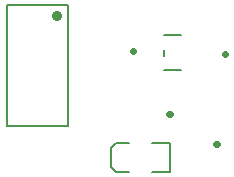
<source format=gbo>
G75*
G70*
%OFA0B0*%
%FSLAX24Y24*%
%IPPOS*%
%LPD*%
%AMOC8*
5,1,8,0,0,1.08239X$1,22.5*
%
%ADD10C,0.0080*%
%ADD11C,0.0220*%
%ADD12C,0.0348*%
D10*
X008158Y003518D02*
X008315Y003360D01*
X008749Y003360D01*
X008158Y003518D02*
X008158Y004148D01*
X008315Y004305D01*
X008749Y004305D01*
X009536Y004305D02*
X010126Y004305D01*
X010126Y003360D01*
X009536Y003360D01*
X006735Y004888D02*
X004687Y004888D01*
X004687Y008903D01*
X006735Y008903D01*
X006735Y004888D01*
X009914Y006737D02*
X010504Y006737D01*
X009914Y007229D02*
X009914Y007426D01*
X009914Y007918D02*
X010504Y007918D01*
D11*
X008905Y007374D02*
X008881Y007374D01*
X011950Y007270D02*
X011974Y007270D01*
X010127Y005269D02*
X010103Y005269D01*
X011677Y004278D02*
X011701Y004278D01*
D12*
X006351Y008549D03*
M02*

</source>
